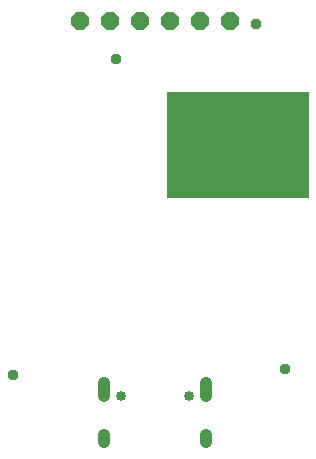
<source format=gbr>
G04 EAGLE Gerber RS-274X export*
G75*
%MOMM*%
%FSLAX34Y34*%
%LPD*%
%INSoldermask Bottom*%
%IPPOS*%
%AMOC8*
5,1,8,0,0,1.08239X$1,22.5*%
G01*
%ADD10R,12.000000X9.000000*%
%ADD11P,1.671555X8X112.500000*%
%ADD12C,0.853200*%
%ADD13C,1.000000*%
%ADD14C,0.959600*%


D10*
X220000Y265000D03*
D11*
X86500Y370000D03*
X111900Y370000D03*
X137300Y370000D03*
X162700Y370000D03*
X188100Y370000D03*
X213500Y370000D03*
D12*
X121100Y52600D03*
X178900Y52600D03*
D13*
X106800Y52400D02*
X106800Y63400D01*
X106800Y19100D02*
X106800Y13100D01*
X193200Y52400D02*
X193200Y63400D01*
X193200Y19100D02*
X193200Y13100D01*
D14*
X235769Y366833D03*
X30000Y70000D03*
X259840Y74760D03*
X116840Y337820D03*
M02*

</source>
